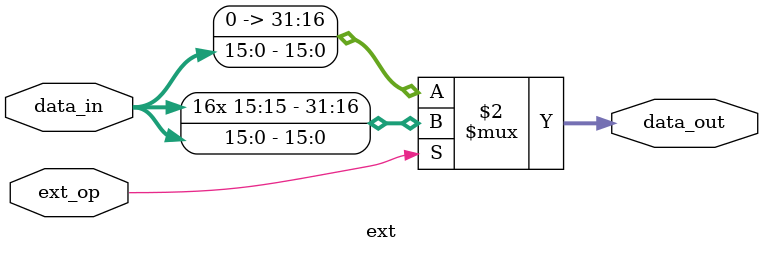
<source format=v>
module ext (
    input ext_op,
    input [15:0] data_in,
    output [31:0] data_out
);
    // ext_op : 1'b0 = zero extend, 1'b1 = sign extend
    assign data_out = (ext_op == 1'b0) ? {{16{1'b0}}, data_in} : {{16{data_in[15]}}, data_in};
                      
endmodule
</source>
